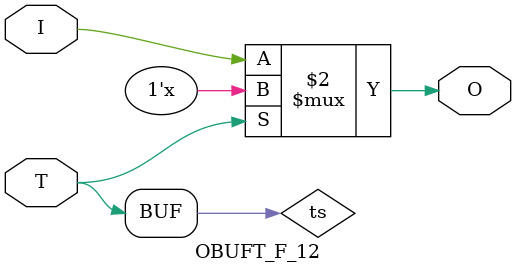
<source format=v>

/*

FUNCTION	: TRI-STATE OUTPUT BUFFER

*/

`celldefine
`timescale  100 ps / 10 ps

module OBUFT_F_12 (O, I, T);

    output O;

    input  I, T;

    or O1 (ts, 1'b0, T);
    bufif0 T1 (O, I, ts);

endmodule

</source>
